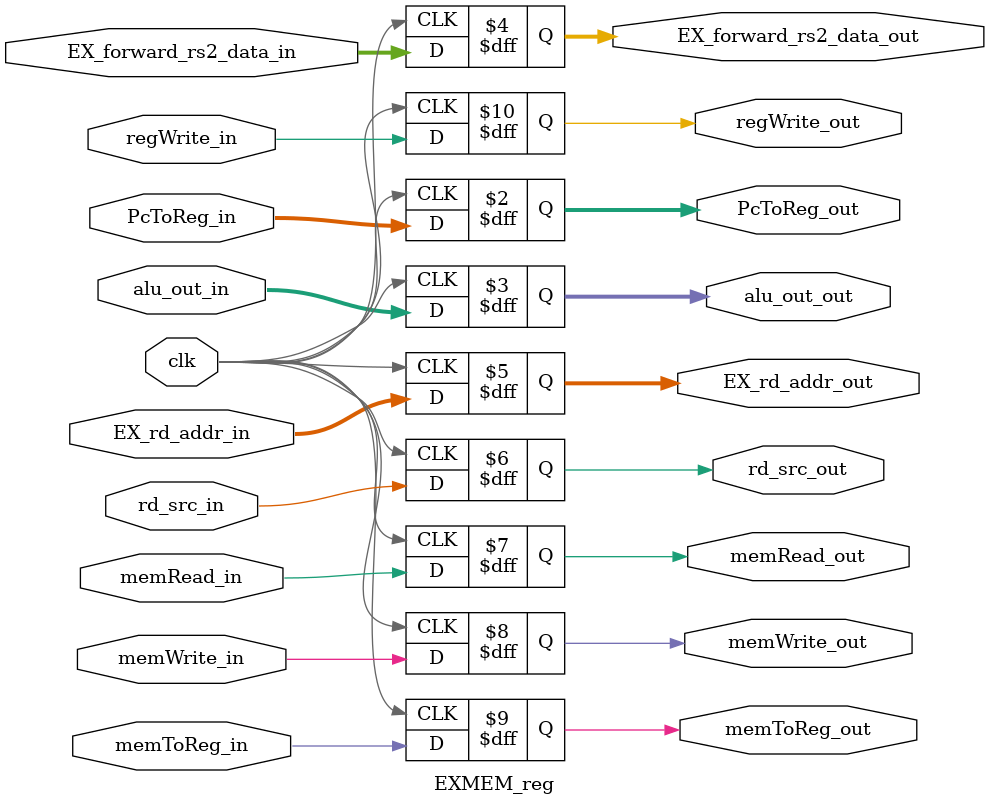
<source format=v>
module EXMEM_reg(
    input clk,
    input [31:0] PcToReg_in,
    input [31:0] alu_out_in,
    input [31:0] EX_forward_rs2_data_in,
    input [4:0] EX_rd_addr_in,
    input rd_src_in,
    input memRead_in,
    input memWrite_in,
    input memToReg_in,
    input regWrite_in,
    output reg [31:0] PcToReg_out,
    output reg [31:0] alu_out_out,
    output reg [31:0] EX_forward_rs2_data_out,
    output reg [4:0] EX_rd_addr_out,
    output reg rd_src_out,
    output reg memRead_out,
    output reg memWrite_out,
    output reg memToReg_out,
    output reg regWrite_out
);

    always@(posedge clk)begin
        PcToReg_out = PcToReg_in;
        alu_out_out = alu_out_in;
        EX_forward_rs2_data_out = EX_forward_rs2_data_in;
        EX_rd_addr_out = EX_rd_addr_in;
        rd_src_out = rd_src_in;
        memRead_out = memRead_in;
        memWrite_out = memWrite_in;
        memToReg_out = memToReg_in;
        regWrite_out = regWrite_in;
    end

endmodule
</source>
